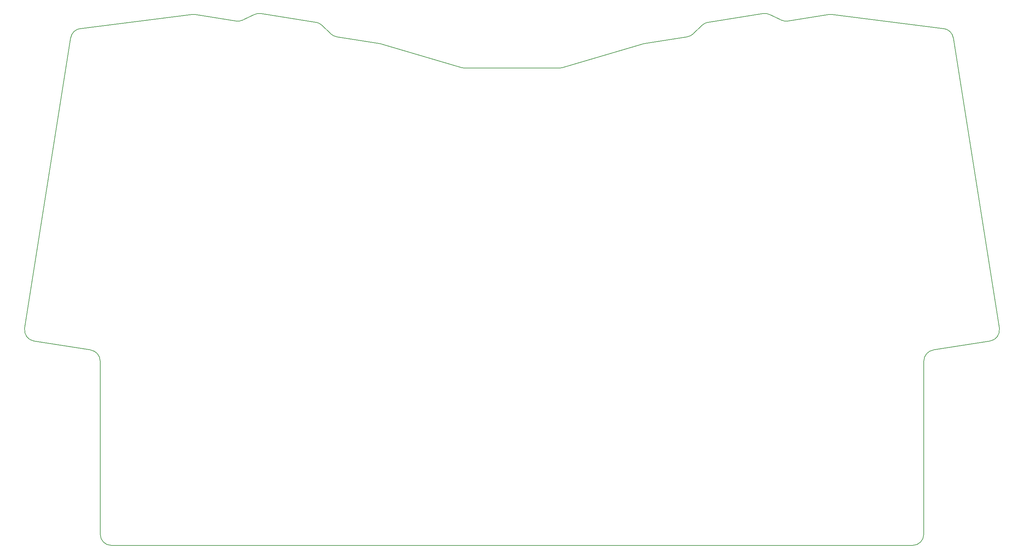
<source format=gbr>
%TF.GenerationSoftware,KiCad,Pcbnew,9.0.2-9.0.2-0~ubuntu24.04.1*%
%TF.CreationDate,2025-06-02T17:12:00+02:00*%
%TF.ProjectId,gandalf-RO,67616e64-616c-4662-9d52-4f2e6b696361,v1.0.0*%
%TF.SameCoordinates,Original*%
%TF.FileFunction,Profile,NP*%
%FSLAX46Y46*%
G04 Gerber Fmt 4.6, Leading zero omitted, Abs format (unit mm)*
G04 Created by KiCad (PCBNEW 9.0.2-9.0.2-0~ubuntu24.04.1) date 2025-06-02 17:12:00*
%MOMM*%
%LPD*%
G01*
G04 APERTURE LIST*
%TA.AperFunction,Profile*%
%ADD10C,0.150000*%
%TD*%
G04 APERTURE END LIST*
D10*
X309245505Y-38027460D02*
G75*
G02*
X311830877Y-40534296I-377705J-2976140D01*
G01*
X246005657Y-36328707D02*
X260735864Y-33995673D01*
X64941064Y-122042298D02*
G75*
G02*
X62447291Y-118609932I469336J2963098D01*
G01*
X206820449Y-48553806D02*
X228666220Y-42137484D01*
X241975940Y-39458003D02*
X244394665Y-37130211D01*
X62447297Y-118609933D02*
X74813264Y-40534291D01*
X85738834Y-176986619D02*
G75*
G02*
X82738881Y-173987799I-34J2999919D01*
G01*
X140638488Y-36328709D02*
G75*
G02*
X142249477Y-37130220I-469288J-2962991D01*
G01*
X146279204Y-40259505D02*
G75*
G02*
X144668217Y-39457995I469296J2963005D01*
G01*
X107391147Y-34221324D02*
G75*
G02*
X108238128Y-34234397I377653J-2976276D01*
G01*
X303923691Y-127419343D02*
X303905322Y-173987804D01*
X278406020Y-34234393D02*
G75*
G02*
X279253003Y-34221334I469280J-2963307D01*
G01*
X303905322Y-173987804D02*
G75*
G02*
X300905320Y-176986622I-3000022J1204D01*
G01*
X241975940Y-39458003D02*
G75*
G02*
X240364938Y-40259490I-2080240J2161503D01*
G01*
X311830887Y-40534294D02*
X324196848Y-118609926D01*
X108238129Y-34234392D02*
X119328964Y-35991006D01*
X303923691Y-127419343D02*
G75*
G02*
X306454391Y-124457512I2999909J-1157D01*
G01*
X146279204Y-40259505D02*
X157601819Y-42052835D01*
X321703085Y-122042294D02*
X306454382Y-124457457D01*
X260735866Y-33995674D02*
G75*
G02*
X262515699Y-34260110I469334J-2963026D01*
G01*
X206820449Y-48553806D02*
G75*
G02*
X205975034Y-48675401I-845449J2878406D01*
G01*
X180669117Y-48675398D02*
X205975034Y-48675393D01*
X229042338Y-42052825D02*
X240364940Y-40259502D01*
X228666220Y-42137484D02*
G75*
G02*
X229042337Y-42052821I845780J-2879616D01*
G01*
X300905323Y-176986620D02*
X85738834Y-176986619D01*
X279253004Y-34221323D02*
X309245505Y-38027460D01*
X77398648Y-38027461D02*
X107391147Y-34221324D01*
X121108794Y-35726554D02*
G75*
G02*
X119328963Y-35991015I-1310594J2698954D01*
G01*
X80189765Y-124457458D02*
G75*
G02*
X82720471Y-127419339I-469265J-2963042D01*
G01*
X82738826Y-173987799D02*
X82720461Y-127419339D01*
X125908288Y-33995668D02*
X140638488Y-36328709D01*
X157601819Y-42052835D02*
G75*
G02*
X157977932Y-42137477I-469019J-2962065D01*
G01*
X267315187Y-35991006D02*
X278406020Y-34234393D01*
X142249488Y-37130209D02*
X144668210Y-39458002D01*
X180669117Y-48675398D02*
G75*
G02*
X179823703Y-48553789I-17J2999298D01*
G01*
X267315187Y-35991006D02*
G75*
G02*
X265535361Y-35726560I-469287J2963206D01*
G01*
X244394665Y-37130211D02*
G75*
G02*
X246005659Y-36328724I2080235J-2161489D01*
G01*
X80189765Y-124457459D02*
X64941064Y-122042298D01*
X262515697Y-34260115D02*
X265535363Y-35726556D01*
X121108794Y-35726554D02*
X124128457Y-34260128D01*
X324196848Y-118609926D02*
G75*
G02*
X321703091Y-122042330I-2963148J-469274D01*
G01*
X74813264Y-40534291D02*
G75*
G02*
X77398652Y-38027490I2963136J-469409D01*
G01*
X124128457Y-34260128D02*
G75*
G02*
X125908289Y-33995664I1310543J-2698572D01*
G01*
X157977930Y-42137483D02*
X179823699Y-48553802D01*
M02*

</source>
